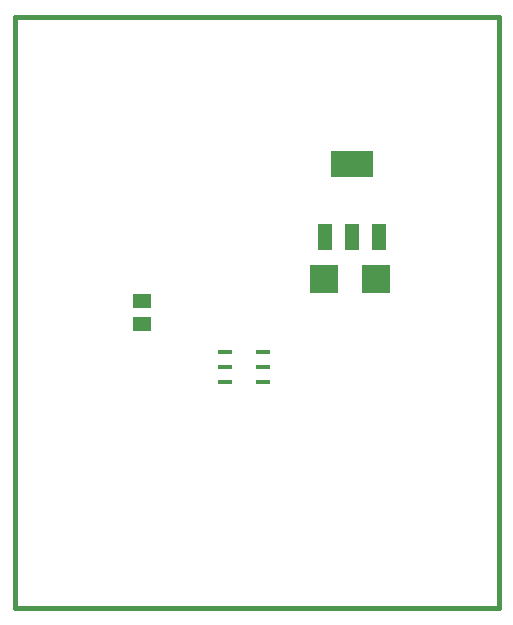
<source format=gbp>
G75*
%MOIN*%
%OFA0B0*%
%FSLAX24Y24*%
%IPPOS*%
%LPD*%
%AMOC8*
5,1,8,0,0,1.08239X$1,22.5*
%
%ADD10C,0.0160*%
%ADD11R,0.0480X0.0880*%
%ADD12R,0.1417X0.0866*%
%ADD13R,0.0480X0.0160*%
%ADD14R,0.0591X0.0512*%
%ADD15R,0.0945X0.0945*%
D10*
X002057Y000180D02*
X018199Y000180D01*
X018199Y019865D01*
X002057Y019865D01*
X002057Y000180D01*
D11*
X012387Y012543D03*
X013297Y012543D03*
X014207Y012543D03*
D12*
X013297Y014983D03*
D13*
X010325Y008692D03*
X010325Y008192D03*
X010325Y007692D03*
X009065Y007692D03*
X009065Y008192D03*
X009065Y008692D03*
D14*
X006289Y009649D03*
X006289Y010397D03*
D15*
X012372Y011125D03*
X014104Y011125D03*
M02*

</source>
